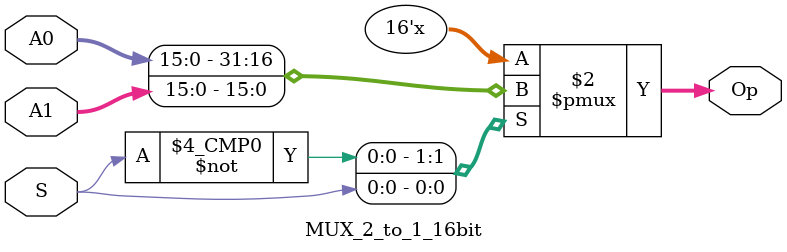
<source format=v>
`timescale 1ns / 1ps


module MUX_2_to_1_16bit (
    input  wire [15:0] A0,
    input  wire [15:0] A1,
    input  wire S,
    output reg  [15:0] Op
);

always @(*) begin
    case (S)
        1'b0: Op = A0;
        1'b1: Op = A1;
        default: Op = 16'b0; // Default case to prevent latches
    endcase
end

endmodule


</source>
